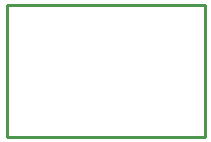
<source format=gko>
G04 ---------------------------- Layer name :KeepOutLayer*
G04 EasyEDA v5.6.10, Tue, 17 Jul 2018 20:10:34 GMT*
G04 41f5d608da314f4496c1683ca2e9a323*
G04 Gerber Generator version 0.2*
G04 Scale: 100 percent, Rotated: No, Reflected: No *
G04 Dimensions in millimeters *
G04 leading zeros omitted , absolute positions ,3 integer and 3 decimal *
%FSLAX33Y33*%
%MOMM*%
G90*
G71D02*

%ADD10C,0.254000*%
G54D10*
G01X0Y11176D02*
G01X16764Y11176D01*
G01X16764Y0D01*
G01X0Y0D01*
G01X0Y11176D01*

%LPD*%
M00*
M02*

</source>
